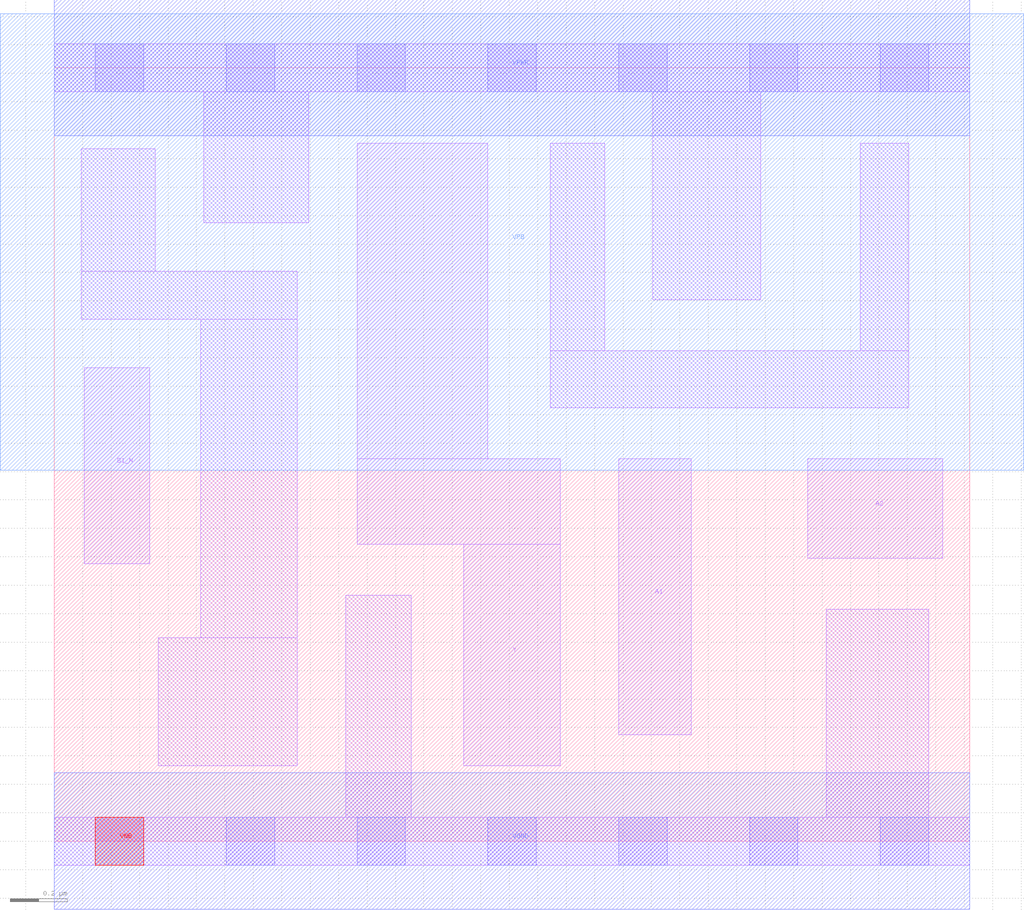
<source format=lef>
# Copyright 2020 The SkyWater PDK Authors
#
# Licensed under the Apache License, Version 2.0 (the "License");
# you may not use this file except in compliance with the License.
# You may obtain a copy of the License at
#
#     https://www.apache.org/licenses/LICENSE-2.0
#
# Unless required by applicable law or agreed to in writing, software
# distributed under the License is distributed on an "AS IS" BASIS,
# WITHOUT WARRANTIES OR CONDITIONS OF ANY KIND, either express or implied.
# See the License for the specific language governing permissions and
# limitations under the License.
#
# SPDX-License-Identifier: Apache-2.0

VERSION 5.7 ;
  NOWIREEXTENSIONATPIN ON ;
  DIVIDERCHAR "/" ;
  BUSBITCHARS "[]" ;
PROPERTYDEFINITIONS
  MACRO maskLayoutSubType STRING ;
  MACRO prCellType STRING ;
  MACRO originalViewName STRING ;
END PROPERTYDEFINITIONS
MACRO sky130_fd_sc_hdll__a21boi_1
  CLASS CORE ;
  FOREIGN sky130_fd_sc_hdll__a21boi_1 ;
  ORIGIN  0.000000  0.000000 ;
  SIZE  3.220000 BY  2.720000 ;
  SYMMETRY X Y R90 ;
  SITE unithd ;
  PIN A1
    ANTENNAGATEAREA  0.277500 ;
    DIRECTION INPUT ;
    USE SIGNAL ;
    PORT
      LAYER li1 ;
        RECT 1.985000 0.375000 2.240000 1.345000 ;
    END
  END A1
  PIN A2
    ANTENNAGATEAREA  0.277500 ;
    DIRECTION INPUT ;
    USE SIGNAL ;
    PORT
      LAYER li1 ;
        RECT 2.650000 0.995000 3.125000 1.345000 ;
    END
  END A2
  PIN B1_N
    ANTENNAGATEAREA  0.138600 ;
    DIRECTION INPUT ;
    USE SIGNAL ;
    PORT
      LAYER li1 ;
        RECT 0.105000 0.975000 0.335000 1.665000 ;
    END
  END B1_N
  PIN Y
    ANTENNADIFFAREA  0.676000 ;
    DIRECTION OUTPUT ;
    USE SIGNAL ;
    PORT
      LAYER li1 ;
        RECT 1.065000 1.045000 1.780000 1.345000 ;
        RECT 1.065000 1.345000 1.525000 2.455000 ;
        RECT 1.440000 0.265000 1.780000 1.045000 ;
    END
  END Y
  PIN VGND
    DIRECTION INOUT ;
    USE GROUND ;
    PORT
      LAYER met1 ;
        RECT 0.000000 -0.240000 3.220000 0.240000 ;
    END
  END VGND
  PIN VNB
    DIRECTION INOUT ;
    USE GROUND ;
    PORT
      LAYER pwell ;
        RECT 0.145000 -0.085000 0.315000 0.085000 ;
    END
  END VNB
  PIN VPB
    DIRECTION INOUT ;
    USE POWER ;
    PORT
      LAYER nwell ;
        RECT -0.190000 1.305000 3.410000 2.910000 ;
    END
  END VPB
  PIN VPWR
    DIRECTION INOUT ;
    USE POWER ;
    PORT
      LAYER met1 ;
        RECT 0.000000 2.480000 3.220000 2.960000 ;
    END
  END VPWR
  OBS
    LAYER li1 ;
      RECT 0.000000 -0.085000 3.220000 0.085000 ;
      RECT 0.000000  2.635000 3.220000 2.805000 ;
      RECT 0.095000  1.835000 0.855000 2.005000 ;
      RECT 0.095000  2.005000 0.355000 2.435000 ;
      RECT 0.365000  0.265000 0.855000 0.715000 ;
      RECT 0.515000  0.715000 0.855000 1.835000 ;
      RECT 0.525000  2.175000 0.895000 2.635000 ;
      RECT 1.025000  0.085000 1.255000 0.865000 ;
      RECT 1.745000  1.525000 3.005000 1.725000 ;
      RECT 1.745000  1.725000 1.935000 2.455000 ;
      RECT 2.105000  1.905000 2.485000 2.635000 ;
      RECT 2.715000  0.085000 3.075000 0.815000 ;
      RECT 2.835000  1.725000 3.005000 2.455000 ;
    LAYER mcon ;
      RECT 0.145000 -0.085000 0.315000 0.085000 ;
      RECT 0.145000  2.635000 0.315000 2.805000 ;
      RECT 0.605000 -0.085000 0.775000 0.085000 ;
      RECT 0.605000  2.635000 0.775000 2.805000 ;
      RECT 1.065000 -0.085000 1.235000 0.085000 ;
      RECT 1.065000  2.635000 1.235000 2.805000 ;
      RECT 1.525000 -0.085000 1.695000 0.085000 ;
      RECT 1.525000  2.635000 1.695000 2.805000 ;
      RECT 1.985000 -0.085000 2.155000 0.085000 ;
      RECT 1.985000  2.635000 2.155000 2.805000 ;
      RECT 2.445000 -0.085000 2.615000 0.085000 ;
      RECT 2.445000  2.635000 2.615000 2.805000 ;
      RECT 2.905000 -0.085000 3.075000 0.085000 ;
      RECT 2.905000  2.635000 3.075000 2.805000 ;
  END
  PROPERTY maskLayoutSubType "abstract" ;
  PROPERTY prCellType "standard" ;
  PROPERTY originalViewName "layout" ;
END sky130_fd_sc_hdll__a21boi_1
END LIBRARY

</source>
